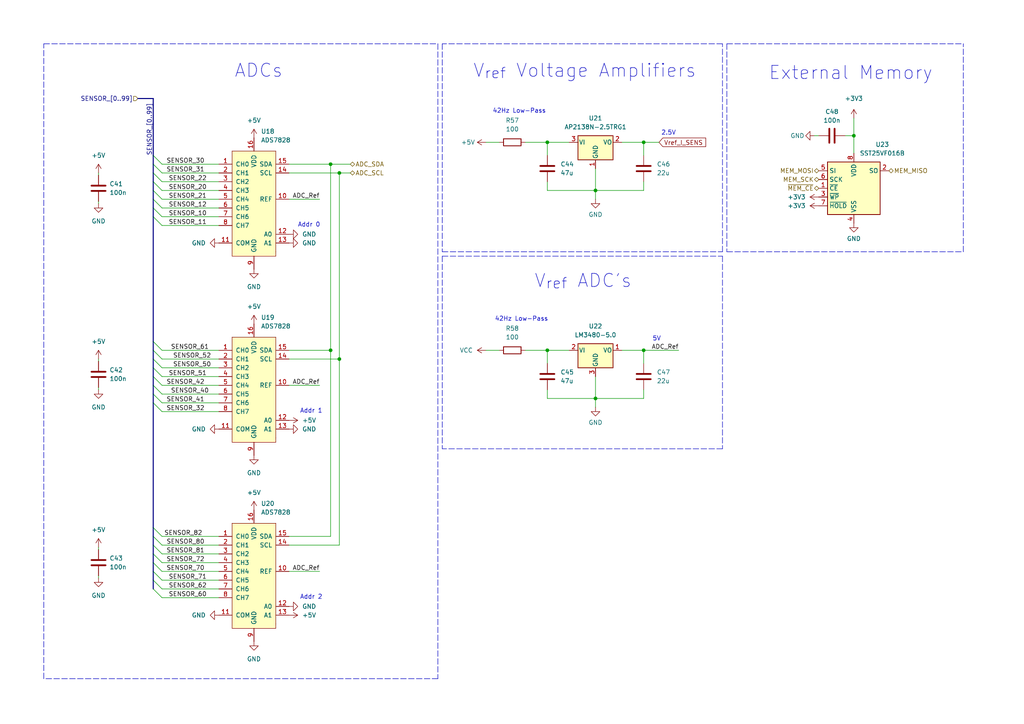
<source format=kicad_sch>
(kicad_sch (version 20211123) (generator eeschema)
  (paper "A4")
  (lib_symbols
    (symbol "Analog_ADC:ADS7828" (pin_names (offset 1.016))
      (property "Reference" "U" (at -5.08 15.24 0))
      (property "Value" "ADS7828" (at 5.08 15.24 0))
      (symbol "ADS7828_0_1"
        (rectangle (start -6.35 13.97) (end 6.35 -16.51) (fill (type background)))
        (rectangle (start 6.35 -15.24) (end 6.35 -15.24))
      )
      (symbol "ADS7828_1_1"
        (pin input line (at -10.16 10.16 0) (length 3.81) (name "CH0") (number "1"))
        (pin bidirectional line (at 10.16 0 180) (length 3.81) (name "REF") (number "10"))
        (pin input line (at -10.16 -12.7 0) (length 3.81) (name "COM") (number "11"))
        (pin input line (at 10.16 -10.16 180) (length 3.81) (name "A0") (number "12"))
        (pin input line (at 10.16 -12.7 180) (length 3.81) (name "A1") (number "13"))
        (pin input line (at 10.16 7.62 180) (length 3.81) (name "SCL") (number "14"))
        (pin bidirectional line (at 10.16 10.16 180) (length 3.81) (name "SDA") (number "15"))
        (pin power_in line (at 0 17.78 270) (length 3.81) (name "VDD") (number "16"))
        (pin input line (at -10.16 7.62 0) (length 3.81) (name "CH1") (number "2"))
        (pin input line (at -10.16 5.08 0) (length 3.81) (name "CH2") (number "3"))
        (pin input line (at -10.16 2.54 0) (length 3.81) (name "CH3") (number "4"))
        (pin input line (at -10.16 0 0) (length 3.81) (name "CH4") (number "5"))
        (pin input line (at -10.16 -2.54 0) (length 3.81) (name "CH5") (number "6"))
        (pin input line (at -10.16 -5.08 0) (length 3.81) (name "CH6") (number "7"))
        (pin input line (at -10.16 -7.62 0) (length 3.81) (name "CH7") (number "8"))
        (pin power_in line (at 0 -20.32 90) (length 3.81) (name "GND") (number "9"))
      )
    )
    (symbol "Device:C" (pin_numbers hide) (pin_names (offset 0.254))
      (property "Reference" "C" (at 0.635 2.54 0))
      (property "Value" "C" (at 0.635 -2.54 0))
      (symbol "C_0_1"
        (polyline (pts (xy -2.032 -0.762) (xy 2.032 -0.762)) (stroke (width 0.508)))
        (polyline (pts (xy -2.032 0.762) (xy 2.032 0.762)) (stroke (width 0.508)))
      )
      (symbol "C_1_1"
        (pin passive line (at 0 3.81 270) (length 2.794) (name "~") (number "1"))
        (pin passive line (at 0 -3.81 90) (length 2.794) (name "~") (number "2"))
      )
    )
    (symbol "Device:R" (pin_numbers hide) (pin_names (offset 0))
      (property "Reference" "R" (at 2.032 0 90))
      (property "Value" "R" (at 0 0 90))
      (symbol "R_0_1"
        (rectangle (start -1.016 -2.54) (end 1.016 2.54) (stroke (width 0.254)))
      )
      (symbol "R_1_1"
        (pin passive line (at 0 3.81 270) (length 1.27) (name "~") (number "1"))
        (pin passive line (at 0 -3.81 90) (length 1.27) (name "~") (number "2"))
      )
    )
    (symbol "Memory_Flash:SST25VF080B-50-4x-S2Ax"
      (property "Reference" "U" (at -6.35 8.89 0))
      (property "Value" "SST25VF080B-50-4x-S2Ax" (at 13.97 8.89 0))
      (symbol "SST25VF080B-50-4x-S2Ax_1_1"
        (rectangle (start -7.62 7.62) (end 7.62 -7.62) (stroke (width 0.254)) (fill (type background)))
        (pin input line (at -10.16 0 0) (length 2.54) (name "~{CE}") (number "1"))
        (pin output line (at 10.16 5.08 180) (length 2.54) (name "SO") (number "2"))
        (pin input line (at -10.16 -2.54 0) (length 2.54) (name "~{WP}") (number "3"))
        (pin power_in line (at 0 -10.16 90) (length 2.54) (name "VSS") (number "4"))
        (pin input line (at -10.16 5.08 0) (length 2.54) (name "SI") (number "5"))
        (pin input line (at -10.16 2.54 0) (length 2.54) (name "SCK") (number "6"))
        (pin input line (at -10.16 -5.08 0) (length 2.54) (name "~{HOLD}") (number "7"))
        (pin power_in line (at 0 10.16 270) (length 2.54) (name "VDD") (number "8"))
      )
    )
    (symbol "Regulator_Linear:AP2127N-3.3" (pin_names (offset 0.254))
      (property "Reference" "U" (at -3.81 3.175 0))
      (property "Value" "AP2127N-3.3" (at 0 3.175 0))
      (symbol "AP2127N-3.3_0_1"
        (rectangle (start -5.08 1.905) (end 5.08 -5.08) (stroke (width 0.254)) (fill (type background)))
      )
      (symbol "AP2127N-3.3_1_1"
        (pin power_in line (at 0 -7.62 90) (length 2.54) (name "GND") (number "1"))
        (pin power_out line (at 7.62 0 180) (length 2.54) (name "VO") (number "2"))
        (pin power_in line (at -7.62 0 0) (length 2.54) (name "VI") (number "3"))
      )
    )
    (symbol "Regulator_Linear:LM3480-5.0" (pin_names (offset 0.254))
      (property "Reference" "U" (at -3.81 3.175 0))
      (property "Value" "LM3480-5.0" (at 0 3.175 0))
      (symbol "LM3480-5.0_0_1"
        (rectangle (start -5.08 1.905) (end 5.08 -5.08) (stroke (width 0.254)) (fill (type background)))
      )
      (symbol "LM3480-5.0_1_1"
        (pin power_out line (at 7.62 0 180) (length 2.54) (name "VO") (number "1"))
        (pin power_in line (at -7.62 0 0) (length 2.54) (name "VI") (number "2"))
        (pin power_in line (at 0 -7.62 90) (length 2.54) (name "GND") (number "3"))
      )
    )
    (symbol "power:+3V3" (power) (pin_names (offset 0))
      (property "Value" "+3V3" (at 0 3.556 0))
      (symbol "+3V3_0_1"
        (polyline (pts (xy -0.762 1.27) (xy 0 2.54)))
        (polyline (pts (xy 0 0) (xy 0 2.54)))
        (polyline (pts (xy 0 2.54) (xy 0.762 1.27)))
      )
      (symbol "+3V3_1_1"
        (pin power_in line (at 0 0 90) (length 0) hide (name "+3V3") (number "1"))
      )
    )
    (symbol "power:+5V" (power) (pin_names (offset 0))
      (property "Value" "+5V" (at 0 3.556 0))
      (symbol "+5V_0_1"
        (polyline (pts (xy -0.762 1.27) (xy 0 2.54)))
        (polyline (pts (xy 0 0) (xy 0 2.54)))
        (polyline (pts (xy 0 2.54) (xy 0.762 1.27)))
      )
      (symbol "+5V_1_1"
        (pin power_in line (at 0 0 90) (length 0) hide (name "+5V") (number "1"))
      )
    )
    (symbol "power:GND" (power) (pin_names (offset 0))
      (property "Value" "GND" (at 0 -3.81 0))
      (symbol "GND_0_1"
        (polyline (pts (xy 0 0) (xy 0 -1.27) (xy 1.27 -1.27) (xy 0 -2.54) (xy -1.27 -1.27) (xy 0 -1.27)))
      )
      (symbol "GND_1_1"
        (pin power_in line (at 0 0 270) (length 0) hide (name "GND") (number "1"))
      )
    )
    (symbol "power:VCC" (power) (pin_names (offset 0))
      (property "Value" "VCC" (at 0 3.81 0))
      (symbol "VCC_0_1"
        (polyline (pts (xy -0.762 1.27) (xy 0 2.54)))
        (polyline (pts (xy 0 0) (xy 0 2.54)))
        (polyline (pts (xy 0 2.54) (xy 0.762 1.27)))
      )
      (symbol "VCC_1_1"
        (pin power_in line (at 0 0 90) (length 0) hide (name "VCC") (number "1"))
      )
    )
  )
  (junction (at 95.885 101.6))
  (junction (at 247.65 39.37))
  (junction (at 172.72 115.57))
  (junction (at 186.69 41.275))
  (junction (at 98.425 50.165))
  (junction (at 98.425 104.14))
  (junction (at 158.75 101.6))
  (junction (at 172.72 55.245))
  (junction (at 95.885 47.625))
  (junction (at 186.69 101.6))
  (junction (at 158.75 41.275))
  (bus_entry (at 44.45 170.815) (size 2.54 2.54))
  (bus_entry (at 44.45 104.14) (size 2.54 2.54))
  (bus_entry (at 44.45 163.195) (size 2.54 2.54))
  (bus_entry (at 44.45 60.325) (size 2.54 2.54))
  (bus_entry (at 44.45 160.655) (size 2.54 2.54))
  (bus_entry (at 44.45 99.06) (size 2.54 2.54))
  (bus_entry (at 44.45 155.575) (size 2.54 2.54))
  (bus_entry (at 44.45 109.22) (size 2.54 2.54))
  (bus_entry (at 44.45 47.625) (size 2.54 2.54))
  (bus_entry (at 44.45 62.865) (size 2.54 2.54))
  (bus_entry (at 44.45 101.6) (size 2.54 2.54))
  (bus_entry (at 44.45 50.165) (size 2.54 2.54))
  (bus_entry (at 44.45 106.68) (size 2.54 2.54))
  (bus_entry (at 44.45 114.3) (size 2.54 2.54))
  (bus_entry (at 44.45 153.035) (size 2.54 2.54))
  (bus_entry (at 44.45 55.245) (size 2.54 2.54))
  (bus_entry (at 44.45 45.085) (size 2.54 2.54))
  (bus_entry (at 44.45 111.76) (size 2.54 2.54))
  (bus_entry (at 44.45 52.705) (size 2.54 2.54))
  (bus_entry (at 44.45 165.735) (size 2.54 2.54))
  (bus_entry (at 44.45 158.115) (size 2.54 2.54))
  (bus_entry (at 44.45 57.785) (size 2.54 2.54))
  (bus_entry (at 44.45 116.84) (size 2.54 2.54))
  (bus_entry (at 44.45 168.275) (size 2.54 2.54))
  (bus (pts (xy 44.45 158.115) (xy 44.45 160.655)))
  (wire (pts (xy 172.72 115.57) (xy 172.72 118.11)))
  (wire (pts (xy 158.75 55.245) (xy 172.72 55.245)))
  (wire (pts (xy 158.75 115.57) (xy 172.72 115.57)))
  (wire (pts (xy 46.99 65.405) (xy 63.5 65.405)))
  (wire (pts (xy 46.99 119.38) (xy 63.5 119.38)))
  (wire (pts (xy 83.82 111.76) (xy 92.71 111.76)))
  (polyline (pts (xy 12.7 196.85) (xy 12.7 12.7)))
  (wire (pts (xy 28.575 113.03) (xy 28.575 112.395)))
  (bus (pts (xy 44.45 163.195) (xy 44.45 165.735)))
  (bus (pts (xy 44.45 52.705) (xy 44.45 55.245)))
  (wire (pts (xy 247.65 34.29) (xy 247.65 39.37)))
  (polyline (pts (xy 210.82 73.025) (xy 279.4 73.025)))
  (bus (pts (xy 44.45 160.655) (xy 44.45 163.195)))
  (bus (pts (xy 44.45 155.575) (xy 44.45 158.115)))
  (wire (pts (xy 98.425 50.165) (xy 101.6 50.165)))
  (polyline (pts (xy 210.82 12.7) (xy 279.4 12.7)))
  (wire (pts (xy 46.99 106.68) (xy 63.5 106.68)))
  (wire (pts (xy 46.99 57.785) (xy 63.5 57.785)))
  (bus (pts (xy 44.45 62.865) (xy 44.45 99.06)))
  (wire (pts (xy 83.82 57.785) (xy 92.71 57.785)))
  (wire (pts (xy 28.575 59.055) (xy 28.575 58.42)))
  (polyline (pts (xy 128.27 74.295) (xy 128.27 130.175)))
  (bus (pts (xy 44.45 106.68) (xy 44.45 109.22)))
  (bus (pts (xy 44.45 50.165) (xy 44.45 52.705)))
  (wire (pts (xy 46.99 101.6) (xy 63.5 101.6)))
  (polyline (pts (xy 128.27 73.025) (xy 209.55 73.025)))
  (wire (pts (xy 186.69 101.6) (xy 186.69 105.41)))
  (wire (pts (xy 28.575 50.165) (xy 28.575 50.8)))
  (wire (pts (xy 46.99 170.815) (xy 63.5 170.815)))
  (bus (pts (xy 44.45 153.035) (xy 44.45 155.575)))
  (wire (pts (xy 46.99 168.275) (xy 63.5 168.275)))
  (bus (pts (xy 44.45 55.245) (xy 44.45 57.785)))
  (bus (pts (xy 44.45 116.84) (xy 44.45 153.035)))
  (wire (pts (xy 158.75 41.275) (xy 158.75 45.085)))
  (wire (pts (xy 180.34 101.6) (xy 186.69 101.6)))
  (wire (pts (xy 28.575 104.14) (xy 28.575 104.775)))
  (wire (pts (xy 46.99 173.355) (xy 63.5 173.355)))
  (wire (pts (xy 46.99 116.84) (xy 63.5 116.84)))
  (wire (pts (xy 46.99 114.3) (xy 63.5 114.3)))
  (wire (pts (xy 172.72 55.245) (xy 172.72 57.785)))
  (wire (pts (xy 83.82 104.14) (xy 98.425 104.14)))
  (polyline (pts (xy 209.55 130.175) (xy 128.27 130.175)))
  (wire (pts (xy 236.22 39.37) (xy 237.49 39.37)))
  (wire (pts (xy 28.575 158.75) (xy 28.575 159.385)))
  (wire (pts (xy 95.885 47.625) (xy 101.6 47.625)))
  (wire (pts (xy 172.72 55.245) (xy 186.69 55.245)))
  (wire (pts (xy 158.75 41.275) (xy 165.1 41.275)))
  (wire (pts (xy 186.69 41.275) (xy 186.69 45.085)))
  (wire (pts (xy 247.65 39.37) (xy 247.65 44.45)))
  (wire (pts (xy 158.75 101.6) (xy 165.1 101.6)))
  (bus (pts (xy 44.45 57.785) (xy 44.45 60.325)))
  (wire (pts (xy 98.425 158.115) (xy 98.425 104.14)))
  (wire (pts (xy 186.69 41.275) (xy 191.135 41.275)))
  (wire (pts (xy 158.75 113.03) (xy 158.75 115.57)))
  (polyline (pts (xy 210.82 12.7) (xy 210.82 73.025)))
  (bus (pts (xy 44.45 168.275) (xy 44.45 170.815)))
  (wire (pts (xy 46.99 50.165) (xy 63.5 50.165)))
  (polyline (pts (xy 209.55 74.295) (xy 209.55 130.175)))
  (wire (pts (xy 83.82 158.115) (xy 98.425 158.115)))
  (wire (pts (xy 172.72 115.57) (xy 186.69 115.57)))
  (wire (pts (xy 95.885 101.6) (xy 95.885 155.575)))
  (wire (pts (xy 83.82 47.625) (xy 95.885 47.625)))
  (wire (pts (xy 140.97 41.275) (xy 144.78 41.275)))
  (bus (pts (xy 44.45 101.6) (xy 44.45 104.14)))
  (bus (pts (xy 44.45 114.3) (xy 44.45 116.84)))
  (bus (pts (xy 44.45 99.06) (xy 44.45 101.6)))
  (wire (pts (xy 28.575 167.64) (xy 28.575 167.005)))
  (bus (pts (xy 44.45 60.325) (xy 44.45 62.865)))
  (wire (pts (xy 46.99 104.14) (xy 63.5 104.14)))
  (wire (pts (xy 46.99 52.705) (xy 63.5 52.705)))
  (wire (pts (xy 158.75 101.6) (xy 158.75 105.41)))
  (wire (pts (xy 186.69 55.245) (xy 186.69 52.705)))
  (wire (pts (xy 98.425 104.14) (xy 98.425 50.165)))
  (bus (pts (xy 44.45 28.575) (xy 40.005 28.575)))
  (polyline (pts (xy 128.27 74.295) (xy 209.55 74.295)))
  (wire (pts (xy 46.99 163.195) (xy 63.5 163.195)))
  (wire (pts (xy 95.885 155.575) (xy 83.82 155.575)))
  (polyline (pts (xy 128.27 12.7) (xy 128.27 73.025)))
  (wire (pts (xy 158.75 52.705) (xy 158.75 55.245)))
  (wire (pts (xy 46.99 60.325) (xy 63.5 60.325)))
  (bus (pts (xy 44.45 109.22) (xy 44.45 111.76)))
  (bus (pts (xy 44.45 111.76) (xy 44.45 114.3)))
  (wire (pts (xy 95.885 47.625) (xy 95.885 101.6)))
  (wire (pts (xy 140.97 101.6) (xy 144.78 101.6)))
  (bus (pts (xy 44.45 28.575) (xy 44.45 45.085)))
  (polyline (pts (xy 127 196.85) (xy 12.7 196.85)))
  (wire (pts (xy 46.99 158.115) (xy 63.5 158.115)))
  (wire (pts (xy 46.99 165.735) (xy 63.5 165.735)))
  (bus (pts (xy 44.45 45.085) (xy 44.45 47.625)))
  (polyline (pts (xy 279.4 73.025) (xy 279.4 12.7)))
  (wire (pts (xy 172.72 109.22) (xy 172.72 115.57)))
  (bus (pts (xy 44.45 165.735) (xy 44.45 168.275)))
  (wire (pts (xy 83.82 101.6) (xy 95.885 101.6)))
  (wire (pts (xy 180.34 41.275) (xy 186.69 41.275)))
  (wire (pts (xy 46.99 55.245) (xy 63.5 55.245)))
  (wire (pts (xy 46.99 160.655) (xy 63.5 160.655)))
  (bus (pts (xy 44.45 47.625) (xy 44.45 50.165)))
  (polyline (pts (xy 209.55 12.7) (xy 128.27 12.7)))
  (polyline (pts (xy 12.7 12.7) (xy 127 12.7)))
  (wire (pts (xy 83.82 50.165) (xy 98.425 50.165)))
  (wire (pts (xy 186.69 115.57) (xy 186.69 113.03)))
  (wire (pts (xy 46.99 109.22) (xy 63.5 109.22)))
  (wire (pts (xy 172.72 48.895) (xy 172.72 55.245)))
  (wire (pts (xy 46.99 155.575) (xy 63.5 155.575)))
  (wire (pts (xy 46.99 111.76) (xy 63.5 111.76)))
  (wire (pts (xy 152.4 41.275) (xy 158.75 41.275)))
  (wire (pts (xy 83.82 165.735) (xy 92.71 165.735)))
  (polyline (pts (xy 209.55 73.025) (xy 209.55 12.7)))
  (wire (pts (xy 46.99 62.865) (xy 63.5 62.865)))
  (wire (pts (xy 152.4 101.6) (xy 158.75 101.6)))
  (wire (pts (xy 46.99 47.625) (xy 63.5 47.625)))
  (wire (pts (xy 247.65 39.37) (xy 245.11 39.37)))
  (bus (pts (xy 44.45 104.14) (xy 44.45 106.68)))
  (wire (pts (xy 186.69 101.6) (xy 196.85 101.6)))
  (polyline (pts (xy 127 12.7) (xy 127 196.85)))
  (text "V_{ref} ADC's" (at 154.94 83.82 0) (effects (font (size 3.81 3.81)) (justify left bottom)))
  (text "V_{ref} Voltage Amplifiers" (at 137.16 22.86 0) (effects (font (size 3.81 3.81)) (justify left bottom)))
  (text "Addr 0\n" (at 86.36 66.04 0) (effects (font (size 1.27 1.27)) (justify left bottom)))
  (text "5V\n" (at 189.23 99.06 0) (effects (font (size 1.27 1.27)) (justify left bottom)))
  (text "Addr 2" (at 86.995 173.99 0) (effects (font (size 1.27 1.27)) (justify left bottom)))
  (text "42Hz Low-Pass" (at 142.875 33.02 0) (effects (font (size 1.27 1.27)) (justify left bottom)))
  (text "ADCs" (at 67.945 22.86 0) (effects (font (size 3.81 3.81)) (justify left bottom)))
  (text "External Memory" (at 222.885 23.495 0) (effects (font (size 3.81 3.81)) (justify left bottom)))
  (text "2.5V" (at 191.77 39.37 0) (effects (font (size 1.27 1.27)) (justify left bottom)))
  (text "Addr 1" (at 86.995 120.015 0) (effects (font (size 1.27 1.27)) (justify left bottom)))
  (text "42Hz Low-Pass" (at 143.51 93.345 0) (effects (font (size 1.27 1.27)) (justify left bottom)))
  (label "SENSOR_62" (at 48.895 170.815 0))
  (label "SENSOR_12" (at 48.895 60.325 0))
  (label "SENSOR_40" (at 49.53 114.3 0))
  (label "SENSOR_21" (at 48.895 57.785 0))
  (label "SENSOR_20" (at 48.895 55.245 0))
  (label "SENSOR_50" (at 50.165 106.68 0))
  (label "SENSOR_31" (at 48.26 50.165 0))
  (label "SENSOR_52" (at 50.165 104.14 0))
  (label "SENSOR_51" (at 48.895 109.22 0))
  (label "SENSOR_80" (at 48.26 158.115 0))
  (label "SENSOR_81" (at 48.26 160.655 0))
  (label "SENSOR_72" (at 48.26 163.195 0))
  (label "SENSOR_60" (at 48.895 173.355 0))
  (label "SENSOR_41" (at 48.26 116.84 0))
  (label "ADC_Ref" (at 92.71 57.785 180))
  (label "ADC_Ref" (at 92.71 165.735 180))
  (label "SENSOR_32" (at 48.26 119.38 0))
  (label "ADC_Ref" (at 92.71 111.76 180))
  (label "SENSOR_11" (at 48.895 65.405 0))
  (label "SENSOR_30" (at 48.26 47.625 0))
  (label "SENSOR_10" (at 48.895 62.865 0))
  (label "SENSOR_82" (at 47.625 155.575 0))
  (label "SENSOR_71" (at 48.895 168.275 0))
  (label "SENSOR_61" (at 49.53 101.6 0))
  (label "SENSOR_22" (at 48.895 52.705 0))
  (label "ADC_Ref" (at 196.85 101.6 180))
  (label "SENSOR_[0..99]" (at 44.45 29.845 270))
  (label "SENSOR_42" (at 48.26 111.76 0))
  (label "SENSOR_70" (at 48.26 165.735 0))
  (global_label "Vref_I_SENS" (shape input) (at 191.135 41.275 0) (property "Intersheet References" "${INTERSHEET_REFS}" (effects hide)))
  (hierarchical_label "ADC_SCL" (shape bidirectional) (at 101.6 50.165 0))
  (hierarchical_label "MEM_MOSI" (shape bidirectional) (at 237.49 49.53 180))
  (hierarchical_label "~{MEM_CE}" (shape bidirectional) (at 237.49 54.61 180))
  (hierarchical_label "MEM_SCK" (shape bidirectional) (at 237.49 52.07 180))
  (hierarchical_label "SENSOR_[0..99]" (shape input) (at 40.005 28.575 180))
  (hierarchical_label "MEM_MISO" (shape bidirectional) (at 257.81 49.53 0))
  (hierarchical_label "ADC_SDA" (shape bidirectional) (at 101.6 47.625 0))
  (symbol (lib_id "power:GND") (at 63.5 70.485 270) (unit 1)
    (property "Reference" "#PWR0133" (effects hide))
    (property "Value" "GND" (at 59.69 70.4849 90) (effects (justify right)))
  )
  (symbol (lib_id "power:+5V") (at 73.66 40.005 0) (unit 1)
    (property "Reference" "#PWR0136" (effects hide))
    (property "Value" "+5V" (at 73.66 34.925 0))
  )
  (symbol (lib_id "power:+3V3") (at 237.49 59.69 90) (unit 1)
    (property "Reference" "#PWR0154" (effects hide))
    (property "Value" "+3V3" (at 233.68 59.6899 90) (effects (justify left)))
  )
  (symbol (lib_id "power:GND") (at 73.66 78.105 0) (unit 1)
    (property "Reference" "#PWR0137" (effects hide))
    (property "Value" "GND" (at 73.66 83.185 0))
  )
  (symbol (lib_id "power:+5V") (at 140.97 41.275 90) (unit 1)
    (property "Reference" "#PWR0148" (effects hide))
    (property "Value" "+5V" (at 137.795 41.2749 90) (effects (justify left)))
  )
  (symbol (lib_id "power:GND") (at 172.72 57.785 0) (unit 1)
    (property "Reference" "#PWR0150" (effects hide))
    (property "Value" "GND" (at 172.72 62.23 0))
  )
  (symbol (lib_id "power:GND") (at 63.5 178.435 270) (unit 1)
    (property "Reference" "#PWR0135" (effects hide))
    (property "Value" "GND" (at 59.69 178.4349 90) (effects (justify right)))
  )
  (symbol (lib_id "Analog_ADC:ADS7828") (at 73.66 165.735 0) (unit 1)
    (property "Reference" "U20" (at 75.6794 146.05 0) (effects (justify left)))
    (property "Value" "ADS7828" (at 75.6794 148.59 0) (effects (justify left)))
    (property "Footprint" "Package_SO:TSSOP-16_4.4x5mm_P0.65mm" (effects hide))
    (property "Datasheet" "http://www.ti.com/lit/ds/symlink/ads7828.pdf" (effects hide))
  )
  (symbol (lib_id "Device:C") (at 241.3 39.37 90) (unit 1)
    (property "Reference" "C48" (at 241.3 32.385 90))
    (property "Value" "100n" (at 241.3 34.925 90))
    (property "Footprint" "Capacitor_SMD:C_0805_2012Metric" (effects hide))
  )
  (symbol (lib_id "power:GND") (at 83.82 124.46 90) (unit 1)
    (property "Reference" "#PWR0145" (effects hide))
    (property "Value" "GND" (at 87.63 124.4599 90) (effects (justify right)))
  )
  (symbol (lib_id "power:+5V") (at 83.82 121.92 270) (unit 1)
    (property "Reference" "#PWR0144" (effects hide))
    (property "Value" "+5V" (at 87.63 121.9199 90) (effects (justify left)))
  )
  (symbol (lib_id "Device:C") (at 186.69 109.22 180) (unit 1)
    (property "Reference" "C47" (at 190.5 107.9499 0) (effects (justify right)))
    (property "Value" "22u" (at 190.5 110.4899 0) (effects (justify right)))
    (property "Footprint" "Capacitor_SMD:C_1206_3216Metric" (effects hide))
  )
  (symbol (lib_id "power:GND") (at 73.66 132.08 0) (unit 1)
    (property "Reference" "#PWR0139" (effects hide))
    (property "Value" "GND" (at 73.66 137.16 0))
  )
  (symbol (lib_id "power:GND") (at 83.82 70.485 90) (unit 1)
    (property "Reference" "#PWR0143" (effects hide))
    (property "Value" "GND" (at 87.63 70.4849 90) (effects (justify right)))
  )
  (symbol (lib_id "Device:R") (at 148.59 101.6 90) (unit 1)
    (property "Reference" "R58" (at 148.59 95.25 90))
    (property "Value" "100" (at 148.59 97.79 90))
    (property "Footprint" "Resistor_SMD:R_0805_2012Metric" (effects hide))
  )
  (symbol (lib_id "Memory_Flash:SST25VF080B-50-4x-S2Ax") (at 247.65 54.61 0) (unit 1)
    (property "Reference" "U23" (at 255.905 41.91 0))
    (property "Value" "SST25VF016B" (at 255.905 44.45 0))
    (property "Footprint" "Package_SO:SOIC-8_5.275x5.275mm_P1.27mm" (effects hide))
    (property "Datasheet" "https://www.mouser.at/datasheet/2/268/S71271-81384.pdf" (effects hide))
  )
  (symbol (lib_id "Analog_ADC:ADS7828") (at 73.66 57.785 0) (unit 1)
    (property "Reference" "U18" (at 75.6794 38.1 0) (effects (justify left)))
    (property "Value" "ADS7828" (at 75.6794 40.64 0) (effects (justify left)))
    (property "Footprint" "Package_SO:TSSOP-16_4.4x5mm_P0.65mm" (effects hide))
    (property "Datasheet" "http://www.ti.com/lit/ds/symlink/ads7828.pdf" (effects hide))
  )
  (symbol (lib_id "Device:C") (at 186.69 48.895 180) (unit 1)
    (property "Reference" "C46" (at 190.5 47.6249 0) (effects (justify right)))
    (property "Value" "22u" (at 190.5 50.1649 0) (effects (justify right)))
    (property "Footprint" "Capacitor_SMD:C_1206_3216Metric" (effects hide))
  )
  (symbol (lib_id "power:GND") (at 63.5 124.46 270) (unit 1)
    (property "Reference" "#PWR0134" (effects hide))
    (property "Value" "GND" (at 59.69 124.4599 90) (effects (justify right)))
  )
  (symbol (lib_id "power:GND") (at 236.22 39.37 270) (unit 1)
    (property "Reference" "#PWR0152" (effects hide))
    (property "Value" "GND" (at 229.235 39.37 90) (effects (justify left)))
  )
  (symbol (lib_id "power:GND") (at 73.66 186.055 0) (unit 1)
    (property "Reference" "#PWR0141" (effects hide))
    (property "Value" "GND" (at 73.66 191.135 0))
  )
  (symbol (lib_id "power:GND") (at 28.575 59.055 0) (unit 1)
    (property "Reference" "#PWR0128" (effects hide))
    (property "Value" "GND" (at 28.575 64.135 0))
  )
  (symbol (lib_id "power:GND") (at 28.575 113.03 0) (unit 1)
    (property "Reference" "#PWR0130" (effects hide))
    (property "Value" "GND" (at 28.575 118.11 0))
  )
  (symbol (lib_id "Device:R") (at 148.59 41.275 90) (unit 1)
    (property "Reference" "R57" (at 148.59 34.925 90))
    (property "Value" "100" (at 148.59 37.465 90))
    (property "Footprint" "Resistor_SMD:R_0805_2012Metric" (effects hide))
  )
  (symbol (lib_id "power:+5V") (at 73.66 93.98 0) (unit 1)
    (property "Reference" "#PWR0138" (effects hide))
    (property "Value" "+5V" (at 73.66 88.9 0))
  )
  (symbol (lib_id "power:GND") (at 247.65 64.77 0) (unit 1)
    (property "Reference" "#PWR0156" (effects hide))
    (property "Value" "GND" (at 247.65 69.215 0))
  )
  (symbol (lib_id "Device:C") (at 158.75 48.895 180) (unit 1)
    (property "Reference" "C44" (at 162.56 47.6249 0) (effects (justify right)))
    (property "Value" "47u" (at 162.56 50.1649 0) (effects (justify right)))
    (property "Footprint" "Capacitor_SMD:C_1206_3216Metric" (effects hide))
  )
  (symbol (lib_id "power:GND") (at 83.82 175.895 90) (unit 1)
    (property "Reference" "#PWR0146" (effects hide))
    (property "Value" "GND" (at 87.63 175.8949 90) (effects (justify right)))
  )
  (symbol (lib_id "power:GND") (at 83.82 67.945 90) (unit 1)
    (property "Reference" "#PWR0142" (effects hide))
    (property "Value" "GND" (at 87.63 67.9449 90) (effects (justify right)))
  )
  (symbol (lib_id "Regulator_Linear:LM3480-5.0") (at 172.72 101.6 0) (unit 1)
    (property "Reference" "U22" (at 172.72 94.615 0))
    (property "Value" "LM3480-5.0" (at 172.72 97.155 0))
    (property "Footprint" "Package_TO_SOT_SMD:SOT-23" (effects hide))
    (property "Datasheet" "http://www.ti.com/lit/ds/symlink/lm3480.pdf" (effects hide))
  )
  (symbol (lib_id "power:+5V") (at 28.575 158.75 0) (unit 1)
    (property "Reference" "#PWR0131" (effects hide))
    (property "Value" "+5V" (at 28.575 153.67 0))
  )
  (symbol (lib_id "power:+5V") (at 28.575 104.14 0) (unit 1)
    (property "Reference" "#PWR0129" (effects hide))
    (property "Value" "+5V" (at 28.575 99.06 0))
  )
  (symbol (lib_id "Analog_ADC:ADS7828") (at 73.66 111.76 0) (unit 1)
    (property "Reference" "U19" (at 75.6794 92.075 0) (effects (justify left)))
    (property "Value" "ADS7828" (at 75.6794 94.615 0) (effects (justify left)))
    (property "Footprint" "Package_SO:TSSOP-16_4.4x5mm_P0.65mm" (effects hide))
    (property "Datasheet" "http://www.ti.com/lit/ds/symlink/ads7828.pdf" (effects hide))
  )
  (symbol (lib_id "power:+5V") (at 28.575 50.165 0) (unit 1)
    (property "Reference" "#PWR0127" (effects hide))
    (property "Value" "+5V" (at 28.575 45.085 0))
  )
  (symbol (lib_id "Device:C") (at 158.75 109.22 180) (unit 1)
    (property "Reference" "C45" (at 162.56 107.9499 0) (effects (justify right)))
    (property "Value" "47u" (at 162.56 110.4899 0) (effects (justify right)))
    (property "Footprint" "Capacitor_SMD:C_1206_3216Metric" (effects hide))
  )
  (symbol (lib_id "Regulator_Linear:AP2127N-3.3") (at 172.72 41.275 0) (unit 1)
    (property "Reference" "U21" (at 172.72 34.29 0))
    (property "Value" "AP2138N-2.5TRG1" (at 172.72 36.83 0))
    (property "Footprint" "Package_TO_SOT_SMD:SOT-23" (effects hide))
    (property "Datasheet" "https://www.mouser.at/ProductDetail/Diodes-Incorporated/AP2138N-2.5TRG1?qs=x6A8l6qLYDAVic0ggrNVXw%3D%3D" (effects hide))
  )
  (symbol (lib_id "Device:C") (at 28.575 54.61 0) (unit 1)
    (property "Reference" "C41" (at 31.75 53.3399 0) (effects (justify left)))
    (property "Value" "100n" (at 31.75 55.8799 0) (effects (justify left)))
    (property "Footprint" "Capacitor_SMD:C_0805_2012Metric" (effects hide))
  )
  (symbol (lib_id "power:GND") (at 172.72 118.11 0) (unit 1)
    (property "Reference" "#PWR0151" (effects hide))
    (property "Value" "GND" (at 172.72 122.555 0))
  )
  (symbol (lib_id "power:+5V") (at 73.66 147.955 0) (unit 1)
    (property "Reference" "#PWR0140" (effects hide))
    (property "Value" "+5V" (at 73.66 142.875 0))
  )
  (symbol (lib_id "Device:C") (at 28.575 108.585 0) (unit 1)
    (property "Reference" "C42" (at 31.75 107.3149 0) (effects (justify left)))
    (property "Value" "100n" (at 31.75 109.8549 0) (effects (justify left)))
    (property "Footprint" "Capacitor_SMD:C_0805_2012Metric" (effects hide))
  )
  (symbol (lib_id "power:+3V3") (at 237.49 57.15 90) (unit 1)
    (property "Reference" "#PWR0153" (effects hide))
    (property "Value" "+3V3" (at 233.68 57.1499 90) (effects (justify left)))
  )
  (symbol (lib_id "power:GND") (at 28.575 167.64 0) (unit 1)
    (property "Reference" "#PWR0132" (effects hide))
    (property "Value" "GND" (at 28.575 172.72 0))
  )
  (symbol (lib_id "power:+5V") (at 83.82 178.435 270) (unit 1)
    (property "Reference" "#PWR0147" (effects hide))
    (property "Value" "+5V" (at 87.63 178.4349 90) (effects (justify left)))
  )
  (symbol (lib_id "power:VCC") (at 140.97 101.6 90) (unit 1)
    (property "Reference" "#PWR0149" (effects hide))
    (property "Value" "VCC" (at 137.16 101.5999 90) (effects (justify left)))
  )
  (symbol (lib_id "power:+3V3") (at 247.65 34.29 0) (unit 1)
    (property "Reference" "#PWR0155" (effects hide))
    (property "Value" "+3V3" (at 247.65 28.575 0))
  )
  (symbol (lib_id "Device:C") (at 28.575 163.195 0) (unit 1)
    (property "Reference" "C43" (at 31.75 161.9249 0) (effects (justify left)))
    (property "Value" "100n" (at 31.75 164.4649 0) (effects (justify left)))
    (property "Footprint" "Capacitor_SMD:C_0805_2012Metric" (effects hide))
  )
)
</source>
